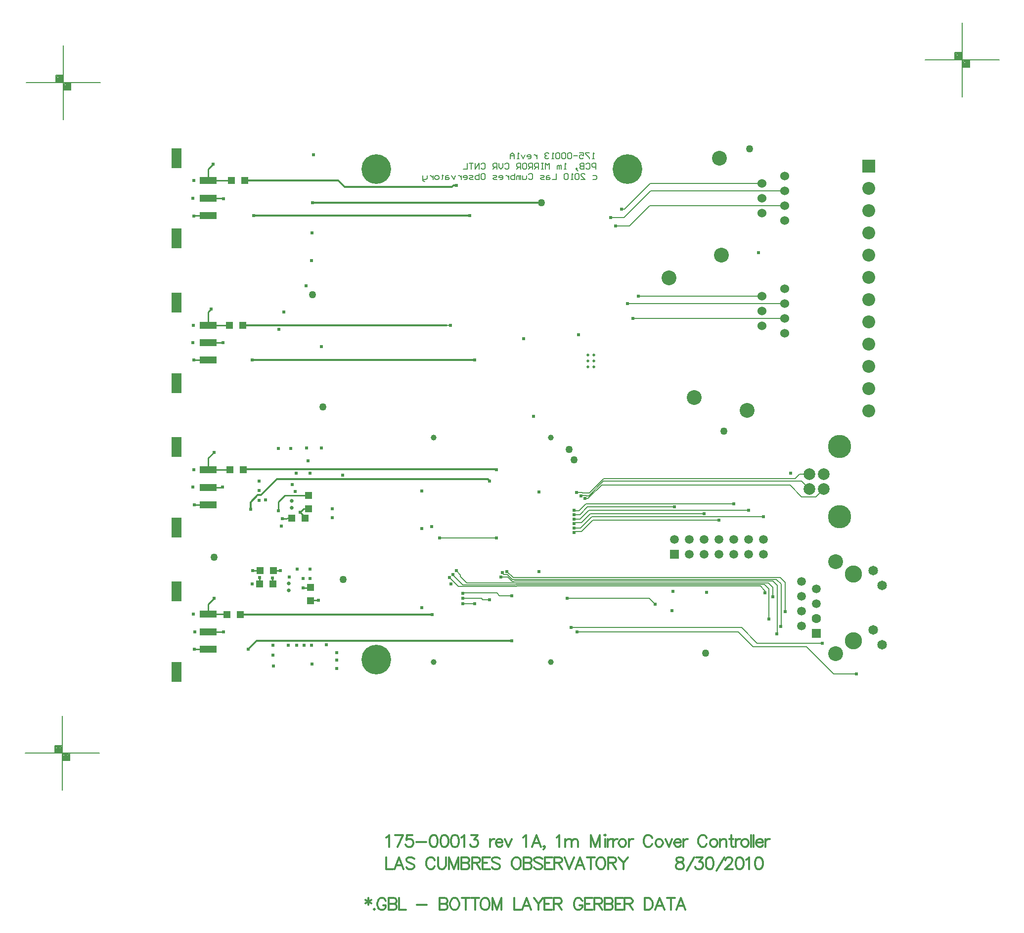
<source format=gbl>
%FSLAX23Y23*%
%MOIN*%
G70*
G01*
G75*
G04 Layer_Physical_Order=7*
G04 Layer_Color=16711680*
%ADD10R,0.025X0.100*%
%ADD11R,0.057X0.012*%
%ADD12R,0.025X0.185*%
%ADD13R,0.085X0.138*%
%ADD14R,0.085X0.043*%
%ADD15R,0.085X0.043*%
%ADD16R,0.035X0.053*%
%ADD17R,0.053X0.053*%
%ADD18R,0.070X0.135*%
%ADD19R,0.036X0.036*%
%ADD20R,0.098X0.268*%
%ADD21R,0.078X0.048*%
%ADD22R,0.063X0.075*%
%ADD23R,0.050X0.050*%
%ADD24R,0.079X0.209*%
%ADD25R,0.094X0.130*%
%ADD26O,0.028X0.098*%
%ADD27R,0.087X0.059*%
%ADD28O,0.027X0.010*%
%ADD29R,0.065X0.094*%
%ADD30O,0.024X0.010*%
%ADD31R,0.135X0.070*%
%ADD32R,0.050X0.050*%
%ADD33R,0.115X0.050*%
%ADD34R,0.065X0.135*%
%ADD35C,0.008*%
%ADD36C,0.005*%
%ADD37C,0.012*%
%ADD38C,0.010*%
%ADD39C,0.020*%
%ADD40C,0.100*%
%ADD41C,0.030*%
%ADD42C,0.050*%
%ADD43C,0.025*%
%ADD44C,0.012*%
%ADD45C,0.012*%
%ADD46C,0.060*%
%ADD47C,0.039*%
%ADD48C,0.200*%
%ADD49C,0.020*%
%ADD50C,0.059*%
%ADD51R,0.059X0.059*%
%ADD52C,0.063*%
%ADD53C,0.116*%
%ADD54C,0.065*%
%ADD55C,0.100*%
%ADD56R,0.059X0.059*%
%ADD57C,0.059*%
%ADD58C,0.087*%
%ADD59R,0.087X0.087*%
%ADD60C,0.079*%
%ADD61C,0.157*%
%ADD62C,0.026*%
%ADD63C,0.024*%
%ADD64C,0.050*%
%ADD65C,0.040*%
%ADD66C,0.070*%
G04:AMPARAMS|DCode=67|XSize=90mil|YSize=90mil|CornerRadius=0mil|HoleSize=0mil|Usage=FLASHONLY|Rotation=0.000|XOffset=0mil|YOffset=0mil|HoleType=Round|Shape=Relief|Width=10mil|Gap=10mil|Entries=4|*
%AMTHD67*
7,0,0,0.090,0.070,0.010,45*
%
%ADD67THD67*%
%ADD68C,0.080*%
%ADD69C,0.131*%
%ADD70C,0.075*%
%ADD71C,0.168*%
%ADD72C,0.080*%
%ADD73C,0.103*%
%ADD74C,0.075*%
%ADD75C,0.087*%
%ADD76C,0.076*%
%ADD77C,0.131*%
%ADD78C,0.053*%
G04:AMPARAMS|DCode=79|XSize=110mil|YSize=110mil|CornerRadius=0mil|HoleSize=0mil|Usage=FLASHONLY|Rotation=0.000|XOffset=0mil|YOffset=0mil|HoleType=Round|Shape=Relief|Width=10mil|Gap=10mil|Entries=4|*
%AMTHD79*
7,0,0,0.110,0.090,0.010,45*
%
%ADD79THD79*%
G04:AMPARAMS|DCode=80|XSize=70mil|YSize=70mil|CornerRadius=0mil|HoleSize=0mil|Usage=FLASHONLY|Rotation=0.000|XOffset=0mil|YOffset=0mil|HoleType=Round|Shape=Relief|Width=10mil|Gap=10mil|Entries=4|*
%AMTHD80*
7,0,0,0.070,0.050,0.010,45*
%
%ADD80THD80*%
G04:AMPARAMS|DCode=81|XSize=120mil|YSize=120mil|CornerRadius=0mil|HoleSize=0mil|Usage=FLASHONLY|Rotation=0.000|XOffset=0mil|YOffset=0mil|HoleType=Round|Shape=Relief|Width=10mil|Gap=10mil|Entries=4|*
%AMTHD81*
7,0,0,0.120,0.100,0.010,45*
%
%ADD81THD81*%
%ADD82C,0.068*%
G04:AMPARAMS|DCode=83|XSize=100mil|YSize=100mil|CornerRadius=0mil|HoleSize=0mil|Usage=FLASHONLY|Rotation=0.000|XOffset=0mil|YOffset=0mil|HoleType=Round|Shape=Relief|Width=10mil|Gap=10mil|Entries=4|*
%AMTHD83*
7,0,0,0.100,0.080,0.010,45*
%
%ADD83THD83*%
G04:AMPARAMS|DCode=84|XSize=123mil|YSize=123mil|CornerRadius=0mil|HoleSize=0mil|Usage=FLASHONLY|Rotation=0.000|XOffset=0mil|YOffset=0mil|HoleType=Round|Shape=Relief|Width=10mil|Gap=10mil|Entries=4|*
%AMTHD84*
7,0,0,0.123,0.103,0.010,45*
%
%ADD84THD84*%
G04:AMPARAMS|DCode=85|XSize=95.433mil|YSize=95.433mil|CornerRadius=0mil|HoleSize=0mil|Usage=FLASHONLY|Rotation=0.000|XOffset=0mil|YOffset=0mil|HoleType=Round|Shape=Relief|Width=10mil|Gap=10mil|Entries=4|*
%AMTHD85*
7,0,0,0.095,0.075,0.010,45*
%
%ADD85THD85*%
G04:AMPARAMS|DCode=86|XSize=107.244mil|YSize=107.244mil|CornerRadius=0mil|HoleSize=0mil|Usage=FLASHONLY|Rotation=0.000|XOffset=0mil|YOffset=0mil|HoleType=Round|Shape=Relief|Width=10mil|Gap=10mil|Entries=4|*
%AMTHD86*
7,0,0,0.107,0.087,0.010,45*
%
%ADD86THD86*%
G04:AMPARAMS|DCode=87|XSize=96.221mil|YSize=96.221mil|CornerRadius=0mil|HoleSize=0mil|Usage=FLASHONLY|Rotation=0.000|XOffset=0mil|YOffset=0mil|HoleType=Round|Shape=Relief|Width=10mil|Gap=10mil|Entries=4|*
%AMTHD87*
7,0,0,0.096,0.076,0.010,45*
%
%ADD87THD87*%
G04:AMPARAMS|DCode=88|XSize=150.551mil|YSize=150.551mil|CornerRadius=0mil|HoleSize=0mil|Usage=FLASHONLY|Rotation=0.000|XOffset=0mil|YOffset=0mil|HoleType=Round|Shape=Relief|Width=10mil|Gap=10mil|Entries=4|*
%AMTHD88*
7,0,0,0.151,0.131,0.010,45*
%
%ADD88THD88*%
G04:AMPARAMS|DCode=89|XSize=72.992mil|YSize=72.992mil|CornerRadius=0mil|HoleSize=0mil|Usage=FLASHONLY|Rotation=0.000|XOffset=0mil|YOffset=0mil|HoleType=Round|Shape=Relief|Width=10mil|Gap=10mil|Entries=4|*
%AMTHD89*
7,0,0,0.073,0.053,0.010,45*
%
%ADD89THD89*%
%ADD90C,0.090*%
G04:AMPARAMS|DCode=91|XSize=88mil|YSize=88mil|CornerRadius=0mil|HoleSize=0mil|Usage=FLASHONLY|Rotation=0.000|XOffset=0mil|YOffset=0mil|HoleType=Round|Shape=Relief|Width=10mil|Gap=10mil|Entries=4|*
%AMTHD91*
7,0,0,0.088,0.068,0.010,45*
%
%ADD91THD91*%
D23*
X12445Y11034D02*
D03*
X12535D02*
D03*
X12465Y12009D02*
D03*
X12555D02*
D03*
X12461Y12983D02*
D03*
X12551D02*
D03*
X12475Y13959D02*
D03*
X12565D02*
D03*
X12970Y11682D02*
D03*
X12880D02*
D03*
X12662Y11240D02*
D03*
X12752D02*
D03*
X12757Y11328D02*
D03*
X12667D02*
D03*
D32*
X12995Y11837D02*
D03*
Y11747D02*
D03*
X13007Y11125D02*
D03*
Y11215D02*
D03*
D33*
X12318Y11035D02*
D03*
Y10917D02*
D03*
Y10799D02*
D03*
Y13958D02*
D03*
Y13840D02*
D03*
Y13722D02*
D03*
Y12984D02*
D03*
Y12866D02*
D03*
Y12748D02*
D03*
Y12009D02*
D03*
Y11891D02*
D03*
Y11773D02*
D03*
D34*
X12102Y11188D02*
D03*
Y10646D02*
D03*
Y14111D02*
D03*
Y13569D02*
D03*
Y13137D02*
D03*
Y12594D02*
D03*
Y12162D02*
D03*
Y11620D02*
D03*
D35*
X14034Y11142D02*
X14160D01*
X14168Y11133D01*
X14279Y11161D02*
X14361D01*
X14262Y11179D02*
X14279Y11161D01*
X14034Y11105D02*
X14112D01*
X14214Y11133D02*
X14215Y11134D01*
X14168Y11133D02*
X14214D01*
X14361Y11161D02*
X14362Y11160D01*
X14034Y11179D02*
X14262D01*
X13925Y12983D02*
X13950D01*
X13878Y11551D02*
X14260D01*
X15289Y11144D02*
X15329Y11104D01*
X14738Y11144D02*
X15289D01*
X15181Y13030D02*
X16202D01*
X15181Y13029D02*
X15181Y13030D01*
X15144Y13130D02*
X16202D01*
X15143Y13128D02*
X15144Y13130D01*
X15219Y13180D02*
X16049D01*
X15218Y13180D02*
X15219Y13180D01*
X15293Y13790D02*
X16202D01*
X15156Y13652D02*
X15293Y13790D01*
X15065Y13652D02*
X15156D01*
X15300Y13890D02*
X16202D01*
X15121Y13710D02*
X15300Y13890D01*
X15029Y13710D02*
X15121D01*
X15297Y13940D02*
X16049D01*
X15124Y13766D02*
X15297Y13940D01*
X15102Y13766D02*
X15124D01*
X16018Y10840D02*
X16457D01*
X15912Y10946D02*
X16018Y10840D01*
X14764Y10946D02*
X15912D01*
X16532Y10634D02*
X16688D01*
X16349Y10817D02*
X16532Y10634D01*
X15989Y10817D02*
X16349D01*
X14805Y10917D02*
X15889D01*
X15989Y10817D01*
X14919Y14106D02*
X14906D01*
X14912D01*
Y14146D01*
X14919Y14140D01*
X14886Y14146D02*
X14859D01*
Y14140D01*
X14886Y14113D01*
Y14106D01*
X14819Y14146D02*
X14846D01*
Y14126D01*
X14832Y14133D01*
X14826D01*
X14819Y14126D01*
Y14113D01*
X14826Y14106D01*
X14839D01*
X14846Y14113D01*
X14806Y14126D02*
X14779D01*
X14766Y14140D02*
X14759Y14146D01*
X14746D01*
X14739Y14140D01*
Y14113D01*
X14746Y14106D01*
X14759D01*
X14766Y14113D01*
Y14140D01*
X14726D02*
X14719Y14146D01*
X14706D01*
X14699Y14140D01*
Y14113D01*
X14706Y14106D01*
X14719D01*
X14726Y14113D01*
Y14140D01*
X14686D02*
X14679Y14146D01*
X14666D01*
X14659Y14140D01*
Y14113D01*
X14666Y14106D01*
X14679D01*
X14686Y14113D01*
Y14140D01*
X14646Y14106D02*
X14632D01*
X14639D01*
Y14146D01*
X14646Y14140D01*
X14612D02*
X14606Y14146D01*
X14592D01*
X14586Y14140D01*
Y14133D01*
X14592Y14126D01*
X14599D01*
X14592D01*
X14586Y14120D01*
Y14113D01*
X14592Y14106D01*
X14606D01*
X14612Y14113D01*
X14532Y14133D02*
Y14106D01*
Y14120D01*
X14526Y14126D01*
X14519Y14133D01*
X14512D01*
X14473Y14106D02*
X14486D01*
X14493Y14113D01*
Y14126D01*
X14486Y14133D01*
X14473D01*
X14466Y14126D01*
Y14120D01*
X14493D01*
X14453Y14133D02*
X14439Y14106D01*
X14426Y14133D01*
X14413Y14106D02*
X14399D01*
X14406D01*
Y14146D01*
X14413Y14140D01*
X14379Y14106D02*
Y14133D01*
X14366Y14146D01*
X14353Y14133D01*
Y14106D01*
Y14126D01*
X14379D01*
X14929Y14035D02*
Y14075D01*
X14909D01*
X14902Y14069D01*
Y14055D01*
X14909Y14049D01*
X14929D01*
X14862Y14069D02*
X14869Y14075D01*
X14882D01*
X14889Y14069D01*
Y14042D01*
X14882Y14035D01*
X14869D01*
X14862Y14042D01*
X14849Y14075D02*
Y14035D01*
X14829D01*
X14822Y14042D01*
Y14049D01*
X14829Y14055D01*
X14849D01*
X14829D01*
X14822Y14062D01*
Y14069D01*
X14829Y14075D01*
X14849D01*
X14802Y14029D02*
X14796Y14035D01*
Y14042D01*
X14802D01*
Y14035D01*
X14796D01*
X14802Y14029D01*
X14809Y14022D01*
X14729Y14035D02*
X14716D01*
X14722D01*
Y14075D01*
X14729Y14069D01*
X14696Y14035D02*
Y14062D01*
X14689D01*
X14682Y14055D01*
Y14035D01*
Y14055D01*
X14676Y14062D01*
X14669Y14055D01*
Y14035D01*
X14616D02*
Y14075D01*
X14602Y14062D01*
X14589Y14075D01*
Y14035D01*
X14576Y14075D02*
X14562D01*
X14569D01*
Y14035D01*
X14576D01*
X14562D01*
X14542D02*
Y14075D01*
X14522D01*
X14516Y14069D01*
Y14055D01*
X14522Y14049D01*
X14542D01*
X14529D02*
X14516Y14035D01*
X14503D02*
Y14075D01*
X14483D01*
X14476Y14069D01*
Y14055D01*
X14483Y14049D01*
X14503D01*
X14489D02*
X14476Y14035D01*
X14443Y14075D02*
X14456D01*
X14463Y14069D01*
Y14042D01*
X14456Y14035D01*
X14443D01*
X14436Y14042D01*
Y14069D01*
X14443Y14075D01*
X14423Y14035D02*
Y14075D01*
X14403D01*
X14396Y14069D01*
Y14055D01*
X14403Y14049D01*
X14423D01*
X14409D02*
X14396Y14035D01*
X14316Y14069D02*
X14323Y14075D01*
X14336D01*
X14343Y14069D01*
Y14042D01*
X14336Y14035D01*
X14323D01*
X14316Y14042D01*
X14303Y14075D02*
Y14049D01*
X14289Y14035D01*
X14276Y14049D01*
Y14075D01*
X14263Y14035D02*
Y14075D01*
X14243D01*
X14236Y14069D01*
Y14055D01*
X14243Y14049D01*
X14263D01*
X14249D02*
X14236Y14035D01*
X14156Y14069D02*
X14163Y14075D01*
X14176D01*
X14183Y14069D01*
Y14042D01*
X14176Y14035D01*
X14163D01*
X14156Y14042D01*
X14143Y14035D02*
Y14075D01*
X14116Y14035D01*
Y14075D01*
X14103D02*
X14076D01*
X14089D01*
Y14035D01*
X14063Y14075D02*
Y14035D01*
X14036D01*
X14911Y13994D02*
X14931D01*
X14938Y13987D01*
Y13974D01*
X14931Y13967D01*
X14911D01*
X14831D02*
X14858D01*
X14831Y13994D01*
Y14001D01*
X14838Y14007D01*
X14851D01*
X14858Y14001D01*
X14818D02*
X14811Y14007D01*
X14798D01*
X14791Y14001D01*
Y13974D01*
X14798Y13967D01*
X14811D01*
X14818Y13974D01*
Y14001D01*
X14778Y13967D02*
X14765D01*
X14771D01*
Y14007D01*
X14778Y14001D01*
X14745D02*
X14738Y14007D01*
X14725D01*
X14718Y14001D01*
Y13974D01*
X14725Y13967D01*
X14738D01*
X14745Y13974D01*
Y14001D01*
X14665Y14007D02*
Y13967D01*
X14638D01*
X14618Y13994D02*
X14605D01*
X14598Y13987D01*
Y13967D01*
X14618D01*
X14625Y13974D01*
X14618Y13981D01*
X14598D01*
X14585Y13967D02*
X14565D01*
X14558Y13974D01*
X14565Y13981D01*
X14578D01*
X14585Y13987D01*
X14578Y13994D01*
X14558D01*
X14478Y14001D02*
X14485Y14007D01*
X14498D01*
X14505Y14001D01*
Y13974D01*
X14498Y13967D01*
X14485D01*
X14478Y13974D01*
X14465Y13994D02*
Y13974D01*
X14458Y13967D01*
X14438D01*
Y13994D01*
X14425Y13967D02*
Y13994D01*
X14418D01*
X14412Y13987D01*
Y13967D01*
Y13987D01*
X14405Y13994D01*
X14398Y13987D01*
Y13967D01*
X14385Y14007D02*
Y13967D01*
X14365D01*
X14358Y13974D01*
Y13981D01*
Y13987D01*
X14365Y13994D01*
X14385D01*
X14345D02*
Y13967D01*
Y13981D01*
X14338Y13987D01*
X14332Y13994D01*
X14325D01*
X14285Y13967D02*
X14298D01*
X14305Y13974D01*
Y13987D01*
X14298Y13994D01*
X14285D01*
X14278Y13987D01*
Y13981D01*
X14305D01*
X14265Y13967D02*
X14245D01*
X14238Y13974D01*
X14245Y13981D01*
X14258D01*
X14265Y13987D01*
X14258Y13994D01*
X14238D01*
X14165Y14007D02*
X14178D01*
X14185Y14001D01*
Y13974D01*
X14178Y13967D01*
X14165D01*
X14158Y13974D01*
Y14001D01*
X14165Y14007D01*
X14145D02*
Y13967D01*
X14125D01*
X14118Y13974D01*
Y13981D01*
Y13987D01*
X14125Y13994D01*
X14145D01*
X14105Y13967D02*
X14085D01*
X14078Y13974D01*
X14085Y13981D01*
X14098D01*
X14105Y13987D01*
X14098Y13994D01*
X14078D01*
X14045Y13967D02*
X14058D01*
X14065Y13974D01*
Y13987D01*
X14058Y13994D01*
X14045D01*
X14038Y13987D01*
Y13981D01*
X14065D01*
X14025Y13994D02*
Y13967D01*
Y13981D01*
X14018Y13987D01*
X14012Y13994D01*
X14005D01*
X13985D02*
X13972Y13967D01*
X13958Y13994D01*
X13938D02*
X13925D01*
X13918Y13987D01*
Y13967D01*
X13938D01*
X13945Y13974D01*
X13938Y13981D01*
X13918D01*
X13898Y14001D02*
Y13994D01*
X13905D01*
X13892D01*
X13898D01*
Y13974D01*
X13892Y13967D01*
X13865D02*
X13852D01*
X13845Y13974D01*
Y13987D01*
X13852Y13994D01*
X13865D01*
X13872Y13987D01*
Y13974D01*
X13865Y13967D01*
X13832Y13994D02*
Y13967D01*
Y13981D01*
X13825Y13987D01*
X13818Y13994D01*
X13812D01*
X13792D02*
Y13974D01*
X13785Y13967D01*
X13765D01*
Y13961D01*
X13772Y13954D01*
X13778D01*
X13765Y13967D02*
Y13994D01*
X11311Y14643D02*
X11321D01*
X11311Y14638D02*
Y14648D01*
Y14638D02*
X11321D01*
Y14648D01*
X11311D02*
X11321D01*
X11306Y14633D02*
Y14648D01*
Y14633D02*
X11326D01*
Y14653D01*
X11306D02*
X11326D01*
X11301Y14628D02*
Y14653D01*
Y14628D02*
X11331D01*
Y14658D01*
X11301D02*
X11331D01*
X11296Y14623D02*
Y14663D01*
Y14623D02*
X11336D01*
Y14663D01*
X11296D02*
X11336D01*
X11361Y14593D02*
X11371D01*
X11361Y14588D02*
Y14598D01*
Y14588D02*
X11371D01*
Y14598D01*
X11361D02*
X11371D01*
X11356Y14583D02*
Y14598D01*
Y14583D02*
X11376D01*
Y14603D01*
X11356D02*
X11376D01*
X11351Y14578D02*
Y14603D01*
Y14578D02*
X11381D01*
Y14608D01*
X11351D02*
X11381D01*
X11346Y14573D02*
Y14613D01*
Y14573D02*
X11386D01*
Y14613D01*
X11346D02*
X11386D01*
X11341Y14568D02*
X11391D01*
Y14618D01*
X11291Y14668D02*
X11341D01*
X11291Y14618D02*
Y14668D01*
X11341Y14368D02*
Y14868D01*
X11091Y14618D02*
X11591D01*
X11302Y10123D02*
X11312D01*
X11302Y10118D02*
Y10128D01*
Y10118D02*
X11312D01*
Y10128D01*
X11302D02*
X11312D01*
X11297Y10113D02*
Y10128D01*
Y10113D02*
X11317D01*
Y10133D01*
X11297D02*
X11317D01*
X11292Y10108D02*
Y10133D01*
Y10108D02*
X11322D01*
Y10138D01*
X11292D02*
X11322D01*
X11287Y10103D02*
Y10143D01*
Y10103D02*
X11327D01*
Y10143D01*
X11287D02*
X11327D01*
X11352Y10073D02*
X11362D01*
X11352Y10068D02*
Y10078D01*
Y10068D02*
X11362D01*
Y10078D01*
X11352D02*
X11362D01*
X11347Y10063D02*
Y10078D01*
Y10063D02*
X11367D01*
Y10083D01*
X11347D02*
X11367D01*
X11342Y10058D02*
Y10083D01*
Y10058D02*
X11372D01*
Y10088D01*
X11342D02*
X11372D01*
X11337Y10053D02*
Y10093D01*
Y10053D02*
X11377D01*
Y10093D01*
X11337D02*
X11377D01*
X11332Y10048D02*
X11382D01*
Y10098D01*
X11282Y10148D02*
X11332D01*
X11282Y10098D02*
Y10148D01*
X11332Y9848D02*
Y10348D01*
X11082Y10098D02*
X11582D01*
X17370Y14798D02*
X17380D01*
X17370Y14793D02*
Y14803D01*
Y14793D02*
X17380Y14793D01*
X17380Y14803D01*
X17370D02*
X17380D01*
X17365Y14788D02*
Y14803D01*
Y14788D02*
X17385D01*
Y14808D01*
X17365Y14808D02*
X17385Y14808D01*
X17360Y14783D02*
Y14808D01*
Y14783D02*
X17390D01*
Y14813D01*
X17360D02*
X17390D01*
X17355Y14778D02*
Y14818D01*
Y14778D02*
X17395D01*
Y14818D01*
X17355D02*
X17395D01*
X17420Y14748D02*
X17430D01*
X17420Y14743D02*
X17420Y14753D01*
X17420Y14743D02*
X17430D01*
Y14753D01*
X17420Y14753D02*
X17430Y14753D01*
X17415Y14738D02*
Y14753D01*
Y14738D02*
X17435Y14738D01*
X17435Y14758D02*
X17435Y14738D01*
X17415Y14758D02*
X17435D01*
X17410Y14733D02*
Y14758D01*
Y14733D02*
X17440D01*
Y14763D01*
X17410D02*
X17440D01*
X17405Y14728D02*
Y14768D01*
Y14728D02*
X17445D01*
Y14768D01*
X17405D02*
X17445D01*
X17400Y14723D02*
X17450Y14723D01*
X17450Y14773D02*
X17450Y14723D01*
X17350Y14823D02*
X17400Y14823D01*
X17350Y14823D02*
X17350Y14773D01*
X17400Y14523D02*
Y15023D01*
X17150Y14773D02*
X17650D01*
D36*
X13990Y11328D02*
Y11328D01*
Y11328D02*
X14017Y11301D01*
Y11288D02*
Y11301D01*
Y11288D02*
X14060Y11245D01*
X13965Y11304D02*
X13966D01*
X13964Y11302D02*
X13965Y11304D01*
X16147Y11271D02*
X16179Y11239D01*
X13944Y11282D02*
X14003Y11223D01*
X13964Y11302D02*
X14032Y11234D01*
X14366Y11256D02*
X14378D01*
X14338Y11285D02*
X14366Y11256D01*
X14060Y11245D02*
X14382D01*
X14032Y11234D02*
X14387D01*
X14003Y11223D02*
X14392D01*
X14367Y11271D02*
X16147D01*
X14310Y11304D02*
X14334D01*
X14299Y11315D02*
X14310Y11304D01*
X14334D02*
X14367Y11271D01*
X16040Y11225D02*
X16071Y11194D01*
X14394Y11225D02*
X16040D01*
X14392Y11223D02*
X14394Y11225D01*
X16067Y11236D02*
X16098Y11205D01*
X14389Y11236D02*
X16067D01*
X14387Y11234D02*
X14389Y11236D01*
X16094Y11247D02*
X16125Y11217D01*
X14384Y11247D02*
X16094D01*
X14382Y11245D02*
X14384Y11247D01*
X14380Y11258D02*
X16122D01*
X14378Y11256D02*
X14380Y11258D01*
X14289Y11285D02*
X14338D01*
X16175Y11282D02*
X16206Y11250D01*
X14372Y11282D02*
X16175D01*
X14329Y11324D02*
X14372Y11282D01*
X14902Y11692D02*
X16059D01*
X14883Y11736D02*
X15959D01*
X14865Y11780D02*
X15860D01*
X14911Y11670D02*
X15760D01*
X14817Y11732D02*
X14865Y11780D01*
X14823Y11706D02*
X14874Y11758D01*
X14824Y11676D02*
X14883Y11736D01*
X14833Y11654D02*
X14893Y11714D01*
X14826Y11616D02*
X14902Y11692D01*
X14874Y11758D02*
X15460D01*
X14893Y11714D02*
X15660D01*
X14787Y11732D02*
X14817D01*
X14783Y11736D02*
X14787Y11732D01*
X14783Y11706D02*
X14823D01*
X14835Y11594D02*
X14911Y11670D01*
X14791Y11594D02*
X14835D01*
X14783Y11616D02*
X14826D01*
X14791Y11654D02*
X14833D01*
X14783Y11646D02*
X14791Y11654D01*
X14783Y11676D02*
X14824D01*
X14982Y11951D02*
X16274D01*
X14980Y11933D02*
X16316D01*
X14882Y11834D02*
X14980Y11933D01*
X14831Y11835D02*
X14867D01*
X14830Y11834D02*
X14831Y11835D01*
X14886Y11854D02*
X14982Y11951D01*
X14800Y11855D02*
X14838D01*
X14799Y11854D02*
X14800Y11855D01*
X14839Y11854D02*
X14886D01*
X14838Y11855D02*
X14839Y11854D01*
X14867Y11834D02*
X14882D01*
X14867Y11835D02*
X14867Y11834D01*
X16239Y11907D02*
X16318Y11827D01*
X14969Y11907D02*
X16239D01*
X14877Y11815D02*
X14969Y11907D01*
X16316Y11933D02*
X16369Y11880D01*
X14850Y11815D02*
X14877D01*
X16274Y11951D02*
X16303Y11979D01*
X16369D01*
X16414Y11827D02*
X16467Y11880D01*
X16318Y11827D02*
X16414D01*
X16151Y10904D02*
X16152Y10905D01*
Y11228D01*
X16097Y11004D02*
X16098Y11005D01*
Y11205D01*
X16206Y11055D02*
X16207Y11054D01*
X16206Y11055D02*
Y11250D01*
X16125Y11154D02*
Y11217D01*
X16071Y11178D02*
Y11194D01*
X16179Y10953D02*
Y11239D01*
X16122Y11258D02*
X16152Y11228D01*
X14329Y11319D02*
Y11324D01*
D37*
X13971Y13927D02*
X13990D01*
X13959Y13916D02*
X13971Y13927D01*
X13238Y13916D02*
X13959D01*
X13195Y13959D02*
X13238Y13916D01*
X12565Y13959D02*
X13195D01*
X14203Y11947D02*
X14215Y11934D01*
X12781Y11947D02*
X14203D01*
X12602Y11744D02*
Y11790D01*
X12650Y11838D01*
X12672D01*
X12781Y11947D01*
X12625Y13722D02*
X14079Y13723D01*
X12615Y12750D02*
X14112D01*
X12555Y12012D02*
X14260D01*
X12644Y10856D02*
X14366D01*
X12587Y10799D02*
X12644Y10856D01*
X12551Y12983D02*
X13925D01*
X12535Y11034D02*
X13827D01*
X13021Y13808D02*
X14565D01*
X13518Y9531D02*
X13526Y9535D01*
X13537Y9546D01*
Y9466D01*
X13630Y9546D02*
X13592Y9466D01*
X13577Y9546D02*
X13630D01*
X13694D02*
X13656D01*
X13652Y9512D01*
X13656Y9516D01*
X13667Y9520D01*
X13679D01*
X13690Y9516D01*
X13698Y9508D01*
X13701Y9497D01*
Y9489D01*
X13698Y9478D01*
X13690Y9470D01*
X13679Y9466D01*
X13667D01*
X13656Y9470D01*
X13652Y9474D01*
X13648Y9482D01*
X13719Y9501D02*
X13788D01*
X13834Y9546D02*
X13823Y9543D01*
X13815Y9531D01*
X13811Y9512D01*
Y9501D01*
X13815Y9482D01*
X13823Y9470D01*
X13834Y9466D01*
X13842D01*
X13853Y9470D01*
X13861Y9482D01*
X13865Y9501D01*
Y9512D01*
X13861Y9531D01*
X13853Y9543D01*
X13842Y9546D01*
X13834D01*
X13906D02*
X13894Y9543D01*
X13886Y9531D01*
X13883Y9512D01*
Y9501D01*
X13886Y9482D01*
X13894Y9470D01*
X13906Y9466D01*
X13913D01*
X13925Y9470D01*
X13932Y9482D01*
X13936Y9501D01*
Y9512D01*
X13932Y9531D01*
X13925Y9543D01*
X13913Y9546D01*
X13906D01*
X13977D02*
X13965Y9543D01*
X13958Y9531D01*
X13954Y9512D01*
Y9501D01*
X13958Y9482D01*
X13965Y9470D01*
X13977Y9466D01*
X13984D01*
X13996Y9470D01*
X14003Y9482D01*
X14007Y9501D01*
Y9512D01*
X14003Y9531D01*
X13996Y9543D01*
X13984Y9546D01*
X13977D01*
X14025Y9531D02*
X14033Y9535D01*
X14044Y9546D01*
Y9466D01*
X14091Y9546D02*
X14133D01*
X14110Y9516D01*
X14122D01*
X14129Y9512D01*
X14133Y9508D01*
X14137Y9497D01*
Y9489D01*
X14133Y9478D01*
X14126Y9470D01*
X14114Y9466D01*
X14103D01*
X14091Y9470D01*
X14088Y9474D01*
X14084Y9482D01*
X14218Y9520D02*
Y9466D01*
Y9497D02*
X14222Y9508D01*
X14229Y9516D01*
X14237Y9520D01*
X14248D01*
X14256Y9497D02*
X14301D01*
Y9504D01*
X14297Y9512D01*
X14294Y9516D01*
X14286Y9520D01*
X14275D01*
X14267Y9516D01*
X14259Y9508D01*
X14256Y9497D01*
Y9489D01*
X14259Y9478D01*
X14267Y9470D01*
X14275Y9466D01*
X14286D01*
X14294Y9470D01*
X14301Y9478D01*
X14318Y9520D02*
X14341Y9466D01*
X14364Y9520D02*
X14341Y9466D01*
X14440Y9531D02*
X14447Y9535D01*
X14459Y9546D01*
Y9466D01*
X14559D02*
X14529Y9546D01*
X14499Y9466D01*
X14510Y9493D02*
X14548D01*
X14586Y9470D02*
X14582Y9466D01*
X14578Y9470D01*
X14582Y9474D01*
X14586Y9470D01*
Y9463D01*
X14582Y9455D01*
X14578Y9451D01*
X14666Y9531D02*
X14674Y9535D01*
X14685Y9546D01*
Y9466D01*
X14725Y9520D02*
Y9466D01*
Y9504D02*
X14736Y9516D01*
X14744Y9520D01*
X14755D01*
X14763Y9516D01*
X14767Y9504D01*
Y9466D01*
Y9504D02*
X14778Y9516D01*
X14786Y9520D01*
X14797D01*
X14805Y9516D01*
X14809Y9504D01*
Y9466D01*
X14897Y9546D02*
Y9466D01*
Y9546D02*
X14927Y9466D01*
X14957Y9546D02*
X14927Y9466D01*
X14957Y9546D02*
Y9466D01*
X14988Y9546D02*
X14992Y9543D01*
X14996Y9546D01*
X14992Y9550D01*
X14988Y9546D01*
X14992Y9520D02*
Y9466D01*
X15010Y9520D02*
Y9466D01*
Y9497D02*
X15013Y9508D01*
X15021Y9516D01*
X15029Y9520D01*
X15040D01*
X15047D02*
Y9466D01*
Y9497D02*
X15051Y9508D01*
X15059Y9516D01*
X15066Y9520D01*
X15078D01*
X15104D02*
X15097Y9516D01*
X15089Y9508D01*
X15085Y9497D01*
Y9489D01*
X15089Y9478D01*
X15097Y9470D01*
X15104Y9466D01*
X15116D01*
X15123Y9470D01*
X15131Y9478D01*
X15135Y9489D01*
Y9497D01*
X15131Y9508D01*
X15123Y9516D01*
X15116Y9520D01*
X15104D01*
X15152D02*
Y9466D01*
Y9497D02*
X15156Y9508D01*
X15164Y9516D01*
X15171Y9520D01*
X15183D01*
X15310Y9527D02*
X15306Y9535D01*
X15298Y9543D01*
X15291Y9546D01*
X15276D01*
X15268Y9543D01*
X15260Y9535D01*
X15256Y9527D01*
X15253Y9516D01*
Y9497D01*
X15256Y9485D01*
X15260Y9478D01*
X15268Y9470D01*
X15276Y9466D01*
X15291D01*
X15298Y9470D01*
X15306Y9478D01*
X15310Y9485D01*
X15351Y9520D02*
X15344Y9516D01*
X15336Y9508D01*
X15332Y9497D01*
Y9489D01*
X15336Y9478D01*
X15344Y9470D01*
X15351Y9466D01*
X15363D01*
X15370Y9470D01*
X15378Y9478D01*
X15382Y9489D01*
Y9497D01*
X15378Y9508D01*
X15370Y9516D01*
X15363Y9520D01*
X15351D01*
X15399D02*
X15422Y9466D01*
X15445Y9520D02*
X15422Y9466D01*
X15458Y9497D02*
X15504D01*
Y9504D01*
X15500Y9512D01*
X15496Y9516D01*
X15488Y9520D01*
X15477D01*
X15469Y9516D01*
X15462Y9508D01*
X15458Y9497D01*
Y9489D01*
X15462Y9478D01*
X15469Y9470D01*
X15477Y9466D01*
X15488D01*
X15496Y9470D01*
X15504Y9478D01*
X15521Y9520D02*
Y9466D01*
Y9497D02*
X15525Y9508D01*
X15532Y9516D01*
X15540Y9520D01*
X15551D01*
X15678Y9527D02*
X15675Y9535D01*
X15667Y9543D01*
X15659Y9546D01*
X15644D01*
X15637Y9543D01*
X15629Y9535D01*
X15625Y9527D01*
X15621Y9516D01*
Y9497D01*
X15625Y9485D01*
X15629Y9478D01*
X15637Y9470D01*
X15644Y9466D01*
X15659D01*
X15667Y9470D01*
X15675Y9478D01*
X15678Y9485D01*
X15720Y9520D02*
X15712Y9516D01*
X15705Y9508D01*
X15701Y9497D01*
Y9489D01*
X15705Y9478D01*
X15712Y9470D01*
X15720Y9466D01*
X15731D01*
X15739Y9470D01*
X15747Y9478D01*
X15750Y9489D01*
Y9497D01*
X15747Y9508D01*
X15739Y9516D01*
X15731Y9520D01*
X15720D01*
X15768D02*
Y9466D01*
Y9504D02*
X15779Y9516D01*
X15787Y9520D01*
X15798D01*
X15806Y9516D01*
X15810Y9504D01*
Y9466D01*
X15842Y9546D02*
Y9482D01*
X15846Y9470D01*
X15854Y9466D01*
X15861D01*
X15831Y9520D02*
X15857D01*
X15873D02*
Y9466D01*
Y9497D02*
X15877Y9508D01*
X15884Y9516D01*
X15892Y9520D01*
X15903D01*
X15929D02*
X15922Y9516D01*
X15914Y9508D01*
X15910Y9497D01*
Y9489D01*
X15914Y9478D01*
X15922Y9470D01*
X15929Y9466D01*
X15941D01*
X15949Y9470D01*
X15956Y9478D01*
X15960Y9489D01*
Y9497D01*
X15956Y9508D01*
X15949Y9516D01*
X15941Y9520D01*
X15929D01*
X15977Y9546D02*
Y9466D01*
X15994Y9546D02*
Y9466D01*
X16011Y9497D02*
X16057D01*
Y9504D01*
X16053Y9512D01*
X16049Y9516D01*
X16041Y9520D01*
X16030D01*
X16022Y9516D01*
X16015Y9508D01*
X16011Y9497D01*
Y9489D01*
X16015Y9478D01*
X16022Y9470D01*
X16030Y9466D01*
X16041D01*
X16049Y9470D01*
X16057Y9478D01*
X16074Y9520D02*
Y9466D01*
Y9497D02*
X16078Y9508D01*
X16085Y9516D01*
X16093Y9520D01*
X16104D01*
D38*
X12417Y13840D02*
X12421Y13836D01*
X12318Y13840D02*
X12417D01*
X12414Y12866D02*
X12416Y12867D01*
X12318Y12866D02*
X12414D01*
X12412Y11891D02*
X12414Y11893D01*
X12318Y11891D02*
X12412D01*
X12219Y12748D02*
X12220Y12748D01*
X12318D01*
Y14036D02*
X12351Y14069D01*
X12318Y13958D02*
Y14036D01*
X12474Y13958D02*
X12475Y13959D01*
X12318Y13958D02*
X12474D01*
X12219Y13721D02*
X12220Y13722D01*
X12318D01*
Y13074D02*
X12338Y13094D01*
X12318Y12984D02*
Y13074D01*
Y12984D02*
X12461D01*
X12318Y12089D02*
X12356Y12127D01*
X12318Y12009D02*
Y12089D01*
X12465Y12009D02*
X12465Y12009D01*
X12318Y12009D02*
X12465D01*
X12223Y11772D02*
X12224Y11773D01*
X12318D01*
Y11104D02*
X12357Y11143D01*
X12318Y11035D02*
Y11104D01*
X12225Y10799D02*
X12226Y10799D01*
X12318D01*
X12444Y11035D02*
X12445Y11034D01*
X12318Y11035D02*
X12444D01*
X12421Y10917D02*
X12422Y10916D01*
X12318Y10917D02*
X12421D01*
X12956Y11212D02*
X13004D01*
X13010Y11128D02*
X13060D01*
X12757Y11328D02*
X12803D01*
X12804Y11329D01*
X12618Y11330D02*
X12665D01*
X13004Y11212D02*
X13007Y11215D01*
Y11125D02*
X13010Y11128D01*
X12750Y11242D02*
Y11279D01*
Y11242D02*
X12752Y11240D01*
X12665Y11330D02*
X12667Y11328D01*
X12662Y11240D02*
Y11282D01*
X12663Y11283D01*
X12936Y11724D02*
X12970Y11690D01*
X12789Y11794D02*
X12832Y11837D01*
X12995D01*
X12936Y11724D02*
X12959Y11747D01*
X12995D01*
X12817Y11680D02*
X12880Y11682D01*
X12789Y11734D02*
Y11794D01*
X12970Y11682D02*
Y11690D01*
D44*
X13397Y9122D02*
Y9076D01*
X13378Y9110D02*
X13416Y9087D01*
Y9110D02*
X13378Y9087D01*
X13437Y9049D02*
X13433Y9045D01*
X13437Y9042D01*
X13440Y9045D01*
X13437Y9049D01*
X13515Y9103D02*
X13511Y9110D01*
X13504Y9118D01*
X13496Y9122D01*
X13481D01*
X13473Y9118D01*
X13465Y9110D01*
X13462Y9103D01*
X13458Y9091D01*
Y9072D01*
X13462Y9061D01*
X13465Y9053D01*
X13473Y9045D01*
X13481Y9042D01*
X13496D01*
X13504Y9045D01*
X13511Y9053D01*
X13515Y9061D01*
Y9072D01*
X13496D02*
X13515D01*
X13533Y9122D02*
Y9042D01*
Y9122D02*
X13568D01*
X13579Y9118D01*
X13583Y9114D01*
X13587Y9106D01*
Y9099D01*
X13583Y9091D01*
X13579Y9087D01*
X13568Y9084D01*
X13533D02*
X13568D01*
X13579Y9080D01*
X13583Y9076D01*
X13587Y9068D01*
Y9057D01*
X13583Y9049D01*
X13579Y9045D01*
X13568Y9042D01*
X13533D01*
X13605Y9122D02*
Y9042D01*
X13650D01*
X13722Y9076D02*
X13790D01*
X13877Y9122D02*
Y9042D01*
Y9122D02*
X13911D01*
X13923Y9118D01*
X13926Y9114D01*
X13930Y9106D01*
Y9099D01*
X13926Y9091D01*
X13923Y9087D01*
X13911Y9084D01*
X13877D02*
X13911D01*
X13923Y9080D01*
X13926Y9076D01*
X13930Y9068D01*
Y9057D01*
X13926Y9049D01*
X13923Y9045D01*
X13911Y9042D01*
X13877D01*
X13971Y9122D02*
X13963Y9118D01*
X13956Y9110D01*
X13952Y9103D01*
X13948Y9091D01*
Y9072D01*
X13952Y9061D01*
X13956Y9053D01*
X13963Y9045D01*
X13971Y9042D01*
X13986D01*
X13994Y9045D01*
X14001Y9053D01*
X14005Y9061D01*
X14009Y9072D01*
Y9091D01*
X14005Y9103D01*
X14001Y9110D01*
X13994Y9118D01*
X13986Y9122D01*
X13971D01*
X14054D02*
Y9042D01*
X14028Y9122D02*
X14081D01*
X14117D02*
Y9042D01*
X14091Y9122D02*
X14144D01*
X14176D02*
X14169Y9118D01*
X14161Y9110D01*
X14157Y9103D01*
X14153Y9091D01*
Y9072D01*
X14157Y9061D01*
X14161Y9053D01*
X14169Y9045D01*
X14176Y9042D01*
X14191D01*
X14199Y9045D01*
X14207Y9053D01*
X14210Y9061D01*
X14214Y9072D01*
Y9091D01*
X14210Y9103D01*
X14207Y9110D01*
X14199Y9118D01*
X14191Y9122D01*
X14176D01*
X14233D02*
Y9042D01*
Y9122D02*
X14263Y9042D01*
X14294Y9122D02*
X14263Y9042D01*
X14294Y9122D02*
Y9042D01*
X14380Y9122D02*
Y9042D01*
X14425D01*
X14495D02*
X14465Y9122D01*
X14434Y9042D01*
X14445Y9068D02*
X14484D01*
X14514Y9122D02*
X14544Y9084D01*
Y9042D01*
X14575Y9122D02*
X14544Y9084D01*
X14634Y9122D02*
X14585D01*
Y9042D01*
X14634D01*
X14585Y9084D02*
X14615D01*
X14648Y9122D02*
Y9042D01*
Y9122D02*
X14682D01*
X14693Y9118D01*
X14697Y9114D01*
X14701Y9106D01*
Y9099D01*
X14697Y9091D01*
X14693Y9087D01*
X14682Y9084D01*
X14648D01*
X14674D02*
X14701Y9042D01*
X14839Y9103D02*
X14835Y9110D01*
X14827Y9118D01*
X14820Y9122D01*
X14805D01*
X14797Y9118D01*
X14789Y9110D01*
X14786Y9103D01*
X14782Y9091D01*
Y9072D01*
X14786Y9061D01*
X14789Y9053D01*
X14797Y9045D01*
X14805Y9042D01*
X14820D01*
X14827Y9045D01*
X14835Y9053D01*
X14839Y9061D01*
Y9072D01*
X14820D02*
X14839D01*
X14907Y9122D02*
X14857D01*
Y9042D01*
X14907D01*
X14857Y9084D02*
X14888D01*
X14920Y9122D02*
Y9042D01*
Y9122D02*
X14954D01*
X14966Y9118D01*
X14970Y9114D01*
X14973Y9106D01*
Y9099D01*
X14970Y9091D01*
X14966Y9087D01*
X14954Y9084D01*
X14920D01*
X14947D02*
X14973Y9042D01*
X14991Y9122D02*
Y9042D01*
Y9122D02*
X15026D01*
X15037Y9118D01*
X15041Y9114D01*
X15045Y9106D01*
Y9099D01*
X15041Y9091D01*
X15037Y9087D01*
X15026Y9084D01*
X14991D02*
X15026D01*
X15037Y9080D01*
X15041Y9076D01*
X15045Y9068D01*
Y9057D01*
X15041Y9049D01*
X15037Y9045D01*
X15026Y9042D01*
X14991D01*
X15112Y9122D02*
X15062D01*
Y9042D01*
X15112D01*
X15062Y9084D02*
X15093D01*
X15125Y9122D02*
Y9042D01*
Y9122D02*
X15160D01*
X15171Y9118D01*
X15175Y9114D01*
X15179Y9106D01*
Y9099D01*
X15175Y9091D01*
X15171Y9087D01*
X15160Y9084D01*
X15125D01*
X15152D02*
X15179Y9042D01*
X15259Y9122D02*
Y9042D01*
Y9122D02*
X15286D01*
X15297Y9118D01*
X15305Y9110D01*
X15309Y9103D01*
X15313Y9091D01*
Y9072D01*
X15309Y9061D01*
X15305Y9053D01*
X15297Y9045D01*
X15286Y9042D01*
X15259D01*
X15392D02*
X15361Y9122D01*
X15331Y9042D01*
X15342Y9068D02*
X15380D01*
X15437Y9122D02*
Y9042D01*
X15410Y9122D02*
X15464D01*
X15534Y9042D02*
X15504Y9122D01*
X15473Y9042D01*
X15484Y9068D02*
X15523D01*
D45*
X13518Y9396D02*
Y9316D01*
X13564D01*
X13634D02*
X13603Y9396D01*
X13573Y9316D01*
X13584Y9343D02*
X13622D01*
X13706Y9385D02*
X13698Y9393D01*
X13687Y9396D01*
X13671D01*
X13660Y9393D01*
X13652Y9385D01*
Y9377D01*
X13656Y9370D01*
X13660Y9366D01*
X13667Y9362D01*
X13690Y9354D01*
X13698Y9351D01*
X13702Y9347D01*
X13706Y9339D01*
Y9328D01*
X13698Y9320D01*
X13687Y9316D01*
X13671D01*
X13660Y9320D01*
X13652Y9328D01*
X13843Y9377D02*
X13840Y9385D01*
X13832Y9393D01*
X13824Y9396D01*
X13809D01*
X13802Y9393D01*
X13794Y9385D01*
X13790Y9377D01*
X13786Y9366D01*
Y9347D01*
X13790Y9335D01*
X13794Y9328D01*
X13802Y9320D01*
X13809Y9316D01*
X13824D01*
X13832Y9320D01*
X13840Y9328D01*
X13843Y9335D01*
X13866Y9396D02*
Y9339D01*
X13870Y9328D01*
X13877Y9320D01*
X13889Y9316D01*
X13896D01*
X13908Y9320D01*
X13915Y9328D01*
X13919Y9339D01*
Y9396D01*
X13941D02*
Y9316D01*
Y9396D02*
X13972Y9316D01*
X14002Y9396D02*
X13972Y9316D01*
X14002Y9396D02*
Y9316D01*
X14025Y9396D02*
Y9316D01*
Y9396D02*
X14059D01*
X14071Y9393D01*
X14075Y9389D01*
X14078Y9381D01*
Y9373D01*
X14075Y9366D01*
X14071Y9362D01*
X14059Y9358D01*
X14025D02*
X14059D01*
X14071Y9354D01*
X14075Y9351D01*
X14078Y9343D01*
Y9332D01*
X14075Y9324D01*
X14071Y9320D01*
X14059Y9316D01*
X14025D01*
X14096Y9396D02*
Y9316D01*
Y9396D02*
X14131D01*
X14142Y9393D01*
X14146Y9389D01*
X14150Y9381D01*
Y9373D01*
X14146Y9366D01*
X14142Y9362D01*
X14131Y9358D01*
X14096D01*
X14123D02*
X14150Y9316D01*
X14217Y9396D02*
X14168D01*
Y9316D01*
X14217D01*
X14168Y9358D02*
X14198D01*
X14284Y9385D02*
X14276Y9393D01*
X14265Y9396D01*
X14249D01*
X14238Y9393D01*
X14230Y9385D01*
Y9377D01*
X14234Y9370D01*
X14238Y9366D01*
X14246Y9362D01*
X14268Y9354D01*
X14276Y9351D01*
X14280Y9347D01*
X14284Y9339D01*
Y9328D01*
X14276Y9320D01*
X14265Y9316D01*
X14249D01*
X14238Y9320D01*
X14230Y9328D01*
X14387Y9396D02*
X14380Y9393D01*
X14372Y9385D01*
X14368Y9377D01*
X14364Y9366D01*
Y9347D01*
X14368Y9335D01*
X14372Y9328D01*
X14380Y9320D01*
X14387Y9316D01*
X14403D01*
X14410Y9320D01*
X14418Y9328D01*
X14422Y9335D01*
X14425Y9347D01*
Y9366D01*
X14422Y9377D01*
X14418Y9385D01*
X14410Y9393D01*
X14403Y9396D01*
X14387D01*
X14444D02*
Y9316D01*
Y9396D02*
X14478D01*
X14490Y9393D01*
X14494Y9389D01*
X14497Y9381D01*
Y9373D01*
X14494Y9366D01*
X14490Y9362D01*
X14478Y9358D01*
X14444D02*
X14478D01*
X14490Y9354D01*
X14494Y9351D01*
X14497Y9343D01*
Y9332D01*
X14494Y9324D01*
X14490Y9320D01*
X14478Y9316D01*
X14444D01*
X14569Y9385D02*
X14561Y9393D01*
X14550Y9396D01*
X14534D01*
X14523Y9393D01*
X14515Y9385D01*
Y9377D01*
X14519Y9370D01*
X14523Y9366D01*
X14531Y9362D01*
X14553Y9354D01*
X14561Y9351D01*
X14565Y9347D01*
X14569Y9339D01*
Y9328D01*
X14561Y9320D01*
X14550Y9316D01*
X14534D01*
X14523Y9320D01*
X14515Y9328D01*
X14636Y9396D02*
X14587D01*
Y9316D01*
X14636D01*
X14587Y9358D02*
X14617D01*
X14649Y9396D02*
Y9316D01*
Y9396D02*
X14684D01*
X14695Y9393D01*
X14699Y9389D01*
X14703Y9381D01*
Y9373D01*
X14699Y9366D01*
X14695Y9362D01*
X14684Y9358D01*
X14649D01*
X14676D02*
X14703Y9316D01*
X14721Y9396D02*
X14751Y9316D01*
X14782Y9396D02*
X14751Y9316D01*
X14853D02*
X14822Y9396D01*
X14792Y9316D01*
X14803Y9343D02*
X14841D01*
X14898Y9396D02*
Y9316D01*
X14871Y9396D02*
X14925D01*
X14957D02*
X14949Y9393D01*
X14942Y9385D01*
X14938Y9377D01*
X14934Y9366D01*
Y9347D01*
X14938Y9335D01*
X14942Y9328D01*
X14949Y9320D01*
X14957Y9316D01*
X14972D01*
X14980Y9320D01*
X14988Y9328D01*
X14991Y9335D01*
X14995Y9347D01*
Y9366D01*
X14991Y9377D01*
X14988Y9385D01*
X14980Y9393D01*
X14972Y9396D01*
X14957D01*
X15014D02*
Y9316D01*
Y9396D02*
X15048D01*
X15060Y9393D01*
X15063Y9389D01*
X15067Y9381D01*
Y9373D01*
X15063Y9366D01*
X15060Y9362D01*
X15048Y9358D01*
X15014D01*
X15041D02*
X15067Y9316D01*
X15085Y9396D02*
X15116Y9358D01*
Y9316D01*
X15146Y9396D02*
X15116Y9358D01*
X15490Y9396D02*
X15478Y9393D01*
X15474Y9385D01*
Y9377D01*
X15478Y9370D01*
X15486Y9366D01*
X15501Y9362D01*
X15512Y9358D01*
X15520Y9351D01*
X15524Y9343D01*
Y9332D01*
X15520Y9324D01*
X15516Y9320D01*
X15505Y9316D01*
X15490D01*
X15478Y9320D01*
X15474Y9324D01*
X15471Y9332D01*
Y9343D01*
X15474Y9351D01*
X15482Y9358D01*
X15493Y9362D01*
X15509Y9366D01*
X15516Y9370D01*
X15520Y9377D01*
Y9385D01*
X15516Y9393D01*
X15505Y9396D01*
X15490D01*
X15542Y9305D02*
X15595Y9396D01*
X15608D02*
X15650D01*
X15627Y9366D01*
X15638D01*
X15646Y9362D01*
X15650Y9358D01*
X15654Y9347D01*
Y9339D01*
X15650Y9328D01*
X15642Y9320D01*
X15631Y9316D01*
X15619D01*
X15608Y9320D01*
X15604Y9324D01*
X15600Y9332D01*
X15694Y9396D02*
X15683Y9393D01*
X15675Y9381D01*
X15672Y9362D01*
Y9351D01*
X15675Y9332D01*
X15683Y9320D01*
X15694Y9316D01*
X15702D01*
X15714Y9320D01*
X15721Y9332D01*
X15725Y9351D01*
Y9362D01*
X15721Y9381D01*
X15714Y9393D01*
X15702Y9396D01*
X15694D01*
X15743Y9305D02*
X15796Y9396D01*
X15805Y9377D02*
Y9381D01*
X15809Y9389D01*
X15813Y9393D01*
X15821Y9396D01*
X15836D01*
X15843Y9393D01*
X15847Y9389D01*
X15851Y9381D01*
Y9373D01*
X15847Y9366D01*
X15840Y9354D01*
X15801Y9316D01*
X15855D01*
X15896Y9396D02*
X15884Y9393D01*
X15877Y9381D01*
X15873Y9362D01*
Y9351D01*
X15877Y9332D01*
X15884Y9320D01*
X15896Y9316D01*
X15903D01*
X15915Y9320D01*
X15922Y9332D01*
X15926Y9351D01*
Y9362D01*
X15922Y9381D01*
X15915Y9393D01*
X15903Y9396D01*
X15896D01*
X15944Y9381D02*
X15952Y9385D01*
X15963Y9396D01*
Y9316D01*
X16025Y9396D02*
X16014Y9393D01*
X16006Y9381D01*
X16003Y9362D01*
Y9351D01*
X16006Y9332D01*
X16014Y9320D01*
X16025Y9316D01*
X16033D01*
X16044Y9320D01*
X16052Y9332D01*
X16056Y9351D01*
Y9362D01*
X16052Y9381D01*
X16044Y9393D01*
X16033Y9396D01*
X16025D01*
D46*
X16202Y13690D02*
D03*
X16049Y13740D02*
D03*
X16202Y13790D02*
D03*
X16049Y13840D02*
D03*
X16202Y13890D02*
D03*
X16049Y13940D02*
D03*
X16202Y13990D02*
D03*
Y12930D02*
D03*
X16049Y12980D02*
D03*
X16202Y13030D02*
D03*
X16049Y13080D02*
D03*
X16202Y13130D02*
D03*
X16049Y13180D02*
D03*
X16202Y13230D02*
D03*
D47*
X14627Y12227D02*
D03*
Y10712D02*
D03*
X13837Y12227D02*
D03*
Y10712D02*
D03*
D48*
X15142Y14037D02*
D03*
X13449D02*
D03*
Y10730D02*
D03*
D49*
X14918Y12783D02*
D03*
Y12743D02*
D03*
Y12704D02*
D03*
X14878D02*
D03*
Y12743D02*
D03*
Y12783D02*
D03*
D50*
X16318Y11255D02*
D03*
Y10955D02*
D03*
X16418Y11205D02*
D03*
X16318Y11155D02*
D03*
Y11055D02*
D03*
X16418Y11105D02*
D03*
D51*
Y10905D02*
D03*
D52*
Y11005D02*
D03*
D53*
X16668Y10855D02*
D03*
Y11305D02*
D03*
D54*
X16861Y10831D02*
D03*
X16801Y10931D02*
D03*
X16861Y11229D02*
D03*
X16801Y11329D02*
D03*
D55*
X16548Y10770D02*
D03*
Y11390D02*
D03*
X15949Y12408D02*
D03*
X15594Y12496D02*
D03*
X15777Y13457D02*
D03*
X15423Y13303D02*
D03*
X15765Y14108D02*
D03*
D56*
X15460Y11441D02*
D03*
D57*
Y11541D02*
D03*
X15560Y11441D02*
D03*
Y11541D02*
D03*
X15660Y11441D02*
D03*
Y11541D02*
D03*
X15760Y11441D02*
D03*
Y11541D02*
D03*
X15860Y11441D02*
D03*
Y11541D02*
D03*
X15960Y11441D02*
D03*
Y11541D02*
D03*
X16060Y11441D02*
D03*
Y11541D02*
D03*
D58*
X16769Y12405D02*
D03*
Y12555D02*
D03*
Y12705D02*
D03*
Y12855D02*
D03*
Y13005D02*
D03*
Y13155D02*
D03*
Y13305D02*
D03*
Y13455D02*
D03*
Y13605D02*
D03*
Y13755D02*
D03*
Y13905D02*
D03*
D59*
Y14055D02*
D03*
D60*
X16369Y11979D02*
D03*
Y11880D02*
D03*
X16467D02*
D03*
Y11979D02*
D03*
D61*
X16574Y11693D02*
D03*
Y12167D02*
D03*
D62*
X12880Y11800D02*
D03*
Y11753D02*
D03*
X12859Y11244D02*
D03*
Y11197D02*
D03*
D63*
X14034Y11176D02*
D03*
X14034Y11105D02*
D03*
X14034Y11142D02*
D03*
X13990Y11328D02*
D03*
X13966Y11304D02*
D03*
X14299Y11315D02*
D03*
X16059Y11692D02*
D03*
X15959Y11736D02*
D03*
X15860Y11780D02*
D03*
X15760Y11670D02*
D03*
X15660Y11714D02*
D03*
X15460Y11758D02*
D03*
X14783Y11736D02*
D03*
Y11706D02*
D03*
Y11586D02*
D03*
Y11616D02*
D03*
Y11646D02*
D03*
Y11676D02*
D03*
X14112Y12750D02*
D03*
Y11105D02*
D03*
X14215Y11934D02*
D03*
Y11134D02*
D03*
X14362Y10856D02*
D03*
Y11160D02*
D03*
X14445Y12893D02*
D03*
X14812Y12920D02*
D03*
X12625Y13722D02*
D03*
X12615Y12750D02*
D03*
X12602Y11744D02*
D03*
X12587Y10799D02*
D03*
X13757Y11866D02*
D03*
X13756Y11614D02*
D03*
X13757Y11079D02*
D03*
X14546Y11324D02*
D03*
Y11861D02*
D03*
X14510Y12368D02*
D03*
X15678Y11183D02*
D03*
X12827Y13073D02*
D03*
X13080Y12840D02*
D03*
X12794Y12957D02*
D03*
X16245Y11985D02*
D03*
X14858Y11815D02*
D03*
X14830Y11834D02*
D03*
X14800Y11855D02*
D03*
X16151Y10904D02*
D03*
X16178Y10953D02*
D03*
X16097Y11004D02*
D03*
X16207Y11054D02*
D03*
X16125Y11154D02*
D03*
X16071Y11178D02*
D03*
X14289Y11285D02*
D03*
X14329Y11324D02*
D03*
X13944Y11282D02*
D03*
X12421Y13836D02*
D03*
X12416Y12867D02*
D03*
X12414Y11893D02*
D03*
X12219Y12748D02*
D03*
X12351Y14069D02*
D03*
X12219Y13721D02*
D03*
Y13959D02*
D03*
X12214Y13839D02*
D03*
X12338Y13094D02*
D03*
X12217Y12984D02*
D03*
X12212Y12865D02*
D03*
X12356Y12127D02*
D03*
X12223Y11772D02*
D03*
X12220Y12009D02*
D03*
X12214Y11892D02*
D03*
X12357Y11143D02*
D03*
X12216Y11035D02*
D03*
X12228Y10917D02*
D03*
X12225Y10799D02*
D03*
X12421Y10917D02*
D03*
X12663Y11283D02*
D03*
X13017Y10700D02*
D03*
X12957Y11275D02*
D03*
X13060Y11128D02*
D03*
X13112Y10830D02*
D03*
X13182Y10725D02*
D03*
Y10670D02*
D03*
X12862Y11285D02*
D03*
X12956Y11212D02*
D03*
X12962Y10825D02*
D03*
X12857D02*
D03*
X13182Y10775D02*
D03*
X12804Y11329D02*
D03*
X12618Y11330D02*
D03*
X13002Y11275D02*
D03*
X13012Y10825D02*
D03*
X12912D02*
D03*
X12750Y11279D02*
D03*
X12752Y10825D02*
D03*
X13002Y11340D02*
D03*
X12917D02*
D03*
X12752Y10760D02*
D03*
X12757Y10685D02*
D03*
X12614Y11240D02*
D03*
X12936Y11724D02*
D03*
X12789Y11734D02*
D03*
X12905Y11864D02*
D03*
X12660Y11933D02*
D03*
X12661Y11804D02*
D03*
X12705Y11806D02*
D03*
X12659Y11869D02*
D03*
X12791Y12152D02*
D03*
X12873Y12153D02*
D03*
X12981Y12155D02*
D03*
X12989Y12069D02*
D03*
X12885Y11911D02*
D03*
X12811Y11629D02*
D03*
X13152Y11747D02*
D03*
X13155Y11687D02*
D03*
X13080Y12156D02*
D03*
X13005Y11986D02*
D03*
X12911Y11985D02*
D03*
X12817Y11680D02*
D03*
X14079Y13723D02*
D03*
X13950Y12983D02*
D03*
X13990Y13927D02*
D03*
X13827Y11033D02*
D03*
X13878Y11551D02*
D03*
X14260D02*
D03*
Y12010D02*
D03*
X13953Y11241D02*
D03*
X13822Y11625D02*
D03*
X15450Y11190D02*
D03*
X15443Y11058D02*
D03*
X15329Y11104D02*
D03*
X14738Y11144D02*
D03*
X15181Y13029D02*
D03*
X15143Y13128D02*
D03*
X15218Y13180D02*
D03*
X15065Y13652D02*
D03*
X15029Y13710D02*
D03*
X15102Y13766D02*
D03*
X16028Y13472D02*
D03*
X16457Y10840D02*
D03*
X14764Y10946D02*
D03*
X16688Y10634D02*
D03*
X14805Y10917D02*
D03*
X13021Y13808D02*
D03*
X13027Y14132D02*
D03*
X13018Y13605D02*
D03*
X13014Y13421D02*
D03*
X12978Y13249D02*
D03*
X13224Y11974D02*
D03*
D64*
X15967Y14172D02*
D03*
X14750Y12147D02*
D03*
X14785Y12076D02*
D03*
X13021Y13190D02*
D03*
X14565Y13808D02*
D03*
X15793Y12269D02*
D03*
X15671Y10772D02*
D03*
X12357Y11420D02*
D03*
X13090Y12433D02*
D03*
X13226Y11271D02*
D03*
M02*

</source>
